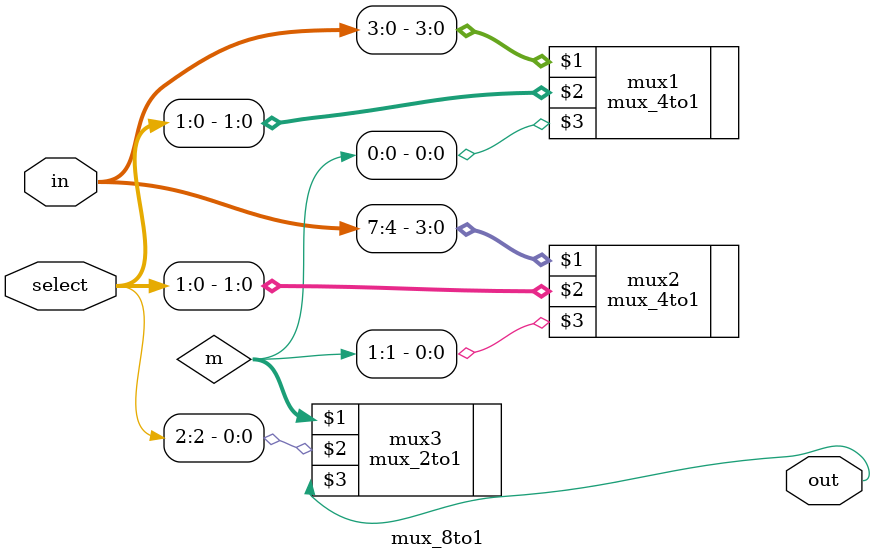
<source format=v>
`include "mux_4to1.v"
module mux_8to1(input [7:0] in,input [2:0] select,output out);
    wire [1:0] m;

    mux_4to1 mux2(in[7:4],select[1:0],m[1]);
    mux_4to1 mux1(in[3:0],select[1:0],m[0]);
    
    mux_2to1 mux3(m,select[2],out);
endmodule
</source>
